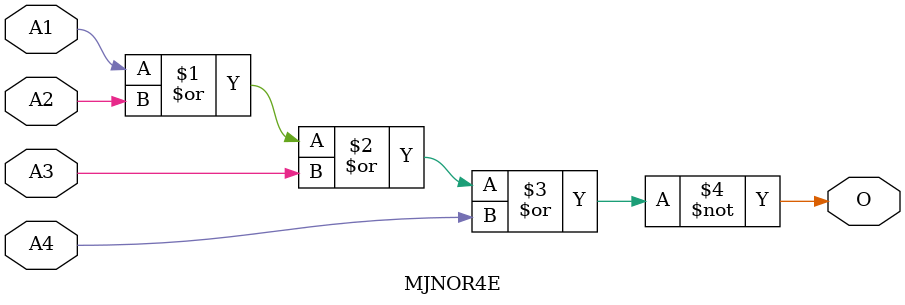
<source format=v>
module MJNOR4E(A1, A2, A3, A4, O);
input   A1;
input   A2;
input   A3;
input   A4;
output  O;
nor g0(O, A1, A2, A3, A4);
endmodule
</source>
